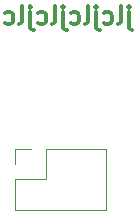
<source format=gbo>
G04 #@! TF.GenerationSoftware,KiCad,Pcbnew,(6.99.0-2103-gdc6c27b686)*
G04 #@! TF.CreationDate,2022-06-20T02:17:25-05:00*
G04 #@! TF.ProjectId,speaker-SAO,73706561-6b65-4722-9d53-414f2e6b6963,rev?*
G04 #@! TF.SameCoordinates,Original*
G04 #@! TF.FileFunction,Legend,Bot*
G04 #@! TF.FilePolarity,Positive*
%FSLAX46Y46*%
G04 Gerber Fmt 4.6, Leading zero omitted, Abs format (unit mm)*
G04 Created by KiCad (PCBNEW (6.99.0-2103-gdc6c27b686)) date 2022-06-20 02:17:25*
%MOMM*%
%LPD*%
G01*
G04 APERTURE LIST*
%ADD10C,0.300000*%
%ADD11C,0.120000*%
%ADD12R,1.700000X1.700000*%
%ADD13O,1.700000X1.700000*%
G04 APERTURE END LIST*
D10*
X226114285Y-75851071D02*
X226114285Y-77136785D01*
X226114285Y-77136785D02*
X226185713Y-77279642D01*
X226185713Y-77279642D02*
X226328570Y-77351071D01*
X226328570Y-77351071D02*
X226399999Y-77351071D01*
X226114285Y-75351071D02*
X226185713Y-75422500D01*
X226185713Y-75422500D02*
X226114285Y-75493928D01*
X226114285Y-75493928D02*
X226042856Y-75422500D01*
X226042856Y-75422500D02*
X226114285Y-75351071D01*
X226114285Y-75351071D02*
X226114285Y-75493928D01*
X225185713Y-76851071D02*
X225328570Y-76779642D01*
X225328570Y-76779642D02*
X225399999Y-76636785D01*
X225399999Y-76636785D02*
X225399999Y-75351071D01*
X223971428Y-76779642D02*
X224114285Y-76851071D01*
X224114285Y-76851071D02*
X224399999Y-76851071D01*
X224399999Y-76851071D02*
X224542856Y-76779642D01*
X224542856Y-76779642D02*
X224614285Y-76708214D01*
X224614285Y-76708214D02*
X224685713Y-76565357D01*
X224685713Y-76565357D02*
X224685713Y-76136785D01*
X224685713Y-76136785D02*
X224614285Y-75993928D01*
X224614285Y-75993928D02*
X224542856Y-75922500D01*
X224542856Y-75922500D02*
X224399999Y-75851071D01*
X224399999Y-75851071D02*
X224114285Y-75851071D01*
X224114285Y-75851071D02*
X223971428Y-75922500D01*
X223328571Y-75851071D02*
X223328571Y-77136785D01*
X223328571Y-77136785D02*
X223399999Y-77279642D01*
X223399999Y-77279642D02*
X223542856Y-77351071D01*
X223542856Y-77351071D02*
X223614285Y-77351071D01*
X223328571Y-75351071D02*
X223399999Y-75422500D01*
X223399999Y-75422500D02*
X223328571Y-75493928D01*
X223328571Y-75493928D02*
X223257142Y-75422500D01*
X223257142Y-75422500D02*
X223328571Y-75351071D01*
X223328571Y-75351071D02*
X223328571Y-75493928D01*
X222399999Y-76851071D02*
X222542856Y-76779642D01*
X222542856Y-76779642D02*
X222614285Y-76636785D01*
X222614285Y-76636785D02*
X222614285Y-75351071D01*
X221185714Y-76779642D02*
X221328571Y-76851071D01*
X221328571Y-76851071D02*
X221614285Y-76851071D01*
X221614285Y-76851071D02*
X221757142Y-76779642D01*
X221757142Y-76779642D02*
X221828571Y-76708214D01*
X221828571Y-76708214D02*
X221899999Y-76565357D01*
X221899999Y-76565357D02*
X221899999Y-76136785D01*
X221899999Y-76136785D02*
X221828571Y-75993928D01*
X221828571Y-75993928D02*
X221757142Y-75922500D01*
X221757142Y-75922500D02*
X221614285Y-75851071D01*
X221614285Y-75851071D02*
X221328571Y-75851071D01*
X221328571Y-75851071D02*
X221185714Y-75922500D01*
X220542857Y-75851071D02*
X220542857Y-77136785D01*
X220542857Y-77136785D02*
X220614285Y-77279642D01*
X220614285Y-77279642D02*
X220757142Y-77351071D01*
X220757142Y-77351071D02*
X220828571Y-77351071D01*
X220542857Y-75351071D02*
X220614285Y-75422500D01*
X220614285Y-75422500D02*
X220542857Y-75493928D01*
X220542857Y-75493928D02*
X220471428Y-75422500D01*
X220471428Y-75422500D02*
X220542857Y-75351071D01*
X220542857Y-75351071D02*
X220542857Y-75493928D01*
X219614285Y-76851071D02*
X219757142Y-76779642D01*
X219757142Y-76779642D02*
X219828571Y-76636785D01*
X219828571Y-76636785D02*
X219828571Y-75351071D01*
X218400000Y-76779642D02*
X218542857Y-76851071D01*
X218542857Y-76851071D02*
X218828571Y-76851071D01*
X218828571Y-76851071D02*
X218971428Y-76779642D01*
X218971428Y-76779642D02*
X219042857Y-76708214D01*
X219042857Y-76708214D02*
X219114285Y-76565357D01*
X219114285Y-76565357D02*
X219114285Y-76136785D01*
X219114285Y-76136785D02*
X219042857Y-75993928D01*
X219042857Y-75993928D02*
X218971428Y-75922500D01*
X218971428Y-75922500D02*
X218828571Y-75851071D01*
X218828571Y-75851071D02*
X218542857Y-75851071D01*
X218542857Y-75851071D02*
X218400000Y-75922500D01*
X217757143Y-75851071D02*
X217757143Y-77136785D01*
X217757143Y-77136785D02*
X217828571Y-77279642D01*
X217828571Y-77279642D02*
X217971428Y-77351071D01*
X217971428Y-77351071D02*
X218042857Y-77351071D01*
X217757143Y-75351071D02*
X217828571Y-75422500D01*
X217828571Y-75422500D02*
X217757143Y-75493928D01*
X217757143Y-75493928D02*
X217685714Y-75422500D01*
X217685714Y-75422500D02*
X217757143Y-75351071D01*
X217757143Y-75351071D02*
X217757143Y-75493928D01*
X216828571Y-76851071D02*
X216971428Y-76779642D01*
X216971428Y-76779642D02*
X217042857Y-76636785D01*
X217042857Y-76636785D02*
X217042857Y-75351071D01*
X215614286Y-76779642D02*
X215757143Y-76851071D01*
X215757143Y-76851071D02*
X216042857Y-76851071D01*
X216042857Y-76851071D02*
X216185714Y-76779642D01*
X216185714Y-76779642D02*
X216257143Y-76708214D01*
X216257143Y-76708214D02*
X216328571Y-76565357D01*
X216328571Y-76565357D02*
X216328571Y-76136785D01*
X216328571Y-76136785D02*
X216257143Y-75993928D01*
X216257143Y-75993928D02*
X216185714Y-75922500D01*
X216185714Y-75922500D02*
X216042857Y-75851071D01*
X216042857Y-75851071D02*
X215757143Y-75851071D01*
X215757143Y-75851071D02*
X215614286Y-75922500D01*
D11*
X219045000Y-89995000D02*
X216445000Y-89995000D01*
X224185000Y-87395000D02*
X224185000Y-92595000D01*
X216445000Y-92595000D02*
X224185000Y-92595000D01*
X216445000Y-87395000D02*
X216445000Y-88725000D01*
X219045000Y-87395000D02*
X224185000Y-87395000D01*
X219045000Y-87395000D02*
X219045000Y-89995000D01*
X217775000Y-87395000D02*
X216445000Y-87395000D01*
X216445000Y-89995000D02*
X216445000Y-92595000D01*
%LPC*%
D12*
X217774999Y-88724999D03*
D13*
X217774999Y-91264999D03*
X220314999Y-88724999D03*
X220314999Y-91264999D03*
X222854999Y-88724999D03*
X222854999Y-91264999D03*
M02*

</source>
